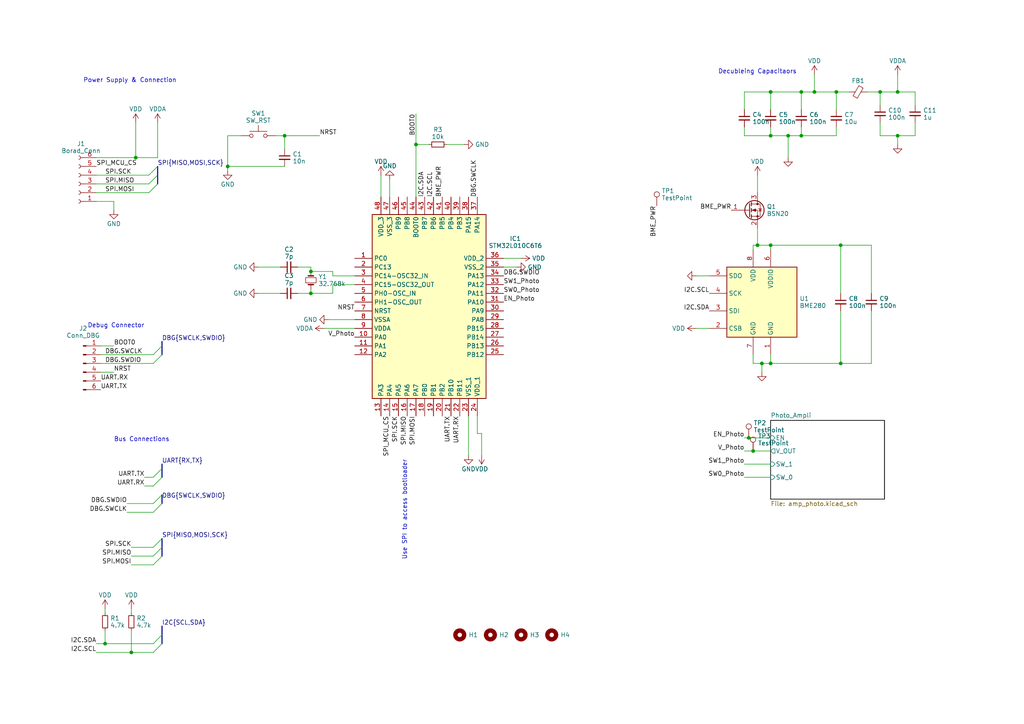
<source format=kicad_sch>
(kicad_sch (version 20230121) (generator eeschema)
  (paper "A4")
  (lib_symbols
    (symbol "Connector:Conn_01x06_Pin" (pin_names (offset 1.016) hide)
      (property "Reference" "J" (at 0 7.62 0))
      (property "Value" "Conn_01x06_Pin" (at 0 -10.16 0))
      (symbol "Conn_01x06_Pin_1_1"
        (polyline (pts (xy 1.27 -7.62) (xy 0.8636 -7.62)) (stroke (width 0.1524)))
        (polyline (pts (xy 1.27 -5.08) (xy 0.8636 -5.08)) (stroke (width 0.1524)))
        (polyline (pts (xy 1.27 -2.54) (xy 0.8636 -2.54)) (stroke (width 0.1524)))
        (polyline (pts (xy 1.27 0) (xy 0.8636 0)) (stroke (width 0.1524)))
        (polyline (pts (xy 1.27 2.54) (xy 0.8636 2.54)) (stroke (width 0.1524)))
        (polyline (pts (xy 1.27 5.08) (xy 0.8636 5.08)) (stroke (width 0.1524)))
        (rectangle (start 0.8636 -7.493) (end 0 -7.747) (stroke (width 0.1524)) (fill (type outline)))
        (rectangle (start 0.8636 -4.953) (end 0 -5.207) (stroke (width 0.1524)) (fill (type outline)))
        (rectangle (start 0.8636 -2.413) (end 0 -2.667) (stroke (width 0.1524)) (fill (type outline)))
        (rectangle (start 0.8636 0.127) (end 0 -0.127) (stroke (width 0.1524)) (fill (type outline)))
        (rectangle (start 0.8636 2.667) (end 0 2.413) (stroke (width 0.1524)) (fill (type outline)))
        (rectangle (start 0.8636 5.207) (end 0 4.953) (stroke (width 0.1524)) (fill (type outline)))
        (pin passive line (at 5.08 5.08 180) (length 3.81) (name "Pin_1") (number "1"))
        (pin passive line (at 5.08 2.54 180) (length 3.81) (name "Pin_2") (number "2"))
        (pin passive line (at 5.08 0 180) (length 3.81) (name "Pin_3") (number "3"))
        (pin passive line (at 5.08 -2.54 180) (length 3.81) (name "Pin_4") (number "4"))
        (pin passive line (at 5.08 -5.08 180) (length 3.81) (name "Pin_5") (number "5"))
        (pin passive line (at 5.08 -7.62 180) (length 3.81) (name "Pin_6") (number "6"))
      )
    )
    (symbol "Connector:Conn_01x06_Socket" (pin_names (offset 1.016) hide)
      (property "Reference" "J" (at 0 7.62 0))
      (property "Value" "Conn_01x06_Socket" (at 0 -10.16 0))
      (symbol "Conn_01x06_Socket_1_1"
        (arc (start 0 -7.112) (mid -0.5058 -7.62) (end 0 -8.128) (stroke (width 0.1524)))
        (arc (start 0 -4.572) (mid -0.5058 -5.08) (end 0 -5.588) (stroke (width 0.1524)))
        (arc (start 0 -2.032) (mid -0.5058 -2.54) (end 0 -3.048) (stroke (width 0.1524)))
        (polyline (pts (xy -1.27 -7.62) (xy -0.508 -7.62)) (stroke (width 0.1524)))
        (polyline (pts (xy -1.27 -5.08) (xy -0.508 -5.08)) (stroke (width 0.1524)))
        (polyline (pts (xy -1.27 -2.54) (xy -0.508 -2.54)) (stroke (width 0.1524)))
        (polyline (pts (xy -1.27 0) (xy -0.508 0)) (stroke (width 0.1524)))
        (polyline (pts (xy -1.27 2.54) (xy -0.508 2.54)) (stroke (width 0.1524)))
        (polyline (pts (xy -1.27 5.08) (xy -0.508 5.08)) (stroke (width 0.1524)))
        (arc (start 0 0.508) (mid -0.5058 0) (end 0 -0.508) (stroke (width 0.1524)))
        (arc (start 0 3.048) (mid -0.5058 2.54) (end 0 2.032) (stroke (width 0.1524)))
        (arc (start 0 5.588) (mid -0.5058 5.08) (end 0 4.572) (stroke (width 0.1524)))
        (pin passive line (at -5.08 5.08 0) (length 3.81) (name "Pin_1") (number "1"))
        (pin passive line (at -5.08 2.54 0) (length 3.81) (name "Pin_2") (number "2"))
        (pin passive line (at -5.08 0 0) (length 3.81) (name "Pin_3") (number "3"))
        (pin passive line (at -5.08 -2.54 0) (length 3.81) (name "Pin_4") (number "4"))
        (pin passive line (at -5.08 -5.08 0) (length 3.81) (name "Pin_5") (number "5"))
        (pin passive line (at -5.08 -7.62 0) (length 3.81) (name "Pin_6") (number "6"))
      )
    )
    (symbol "Connector:TestPoint" (pin_numbers hide) (pin_names (offset 0.762) hide)
      (property "Reference" "TP" (at 0 6.858 0))
      (property "Value" "TestPoint" (at 0 5.08 0))
      (symbol "TestPoint_0_1"
        (circle (center 0 3.302) (radius 0.762))
      )
      (symbol "TestPoint_1_1"
        (pin passive line (at 0 0 90) (length 2.54) (name "1") (number "1"))
      )
    )
    (symbol "Device:C_Small" (pin_numbers hide) (pin_names (offset 0.254) hide)
      (property "Reference" "C" (at 0.254 1.778 0))
      (property "Value" "C_Small" (at 0.254 -2.032 0))
      (symbol "C_Small_0_1"
        (polyline (pts (xy -1.524 -0.508) (xy 1.524 -0.508)) (stroke (width 0.3302)))
        (polyline (pts (xy -1.524 0.508) (xy 1.524 0.508)) (stroke (width 0.3048)))
      )
      (symbol "C_Small_1_1"
        (pin passive line (at 0 2.54 270) (length 2.032) (name "~") (number "1"))
        (pin passive line (at 0 -2.54 90) (length 2.032) (name "~") (number "2"))
      )
    )
    (symbol "Device:Crystal_Small" (pin_numbers hide) (pin_names (offset 1.016) hide)
      (property "Reference" "Y" (at 0 2.54 0))
      (property "Value" "Crystal_Small" (at 0 -2.54 0))
      (symbol "Crystal_Small_0_1"
        (rectangle (start -0.762 -1.524) (end 0.762 1.524))
        (polyline (pts (xy -1.27 -0.762) (xy -1.27 0.762)) (stroke (width 0.381)))
        (polyline (pts (xy 1.27 -0.762) (xy 1.27 0.762)) (stroke (width 0.381)))
      )
      (symbol "Crystal_Small_1_1"
        (pin passive line (at -2.54 0 0) (length 1.27) (name "1") (number "1"))
        (pin passive line (at 2.54 0 180) (length 1.27) (name "2") (number "2"))
      )
    )
    (symbol "Device:FerriteBead_Small" (pin_numbers hide) (pin_names (offset 0))
      (property "Reference" "FB" (at 1.905 1.27 0))
      (property "Value" "FerriteBead_Small" (at 1.905 -1.27 0))
      (symbol "FerriteBead_Small_0_1"
        (polyline (pts (xy 0 -1.27) (xy 0 -0.7874)))
        (polyline (pts (xy 0 0.889) (xy 0 1.2954)))
        (polyline (pts (xy -1.8288 0.2794) (xy -1.1176 1.4986) (xy 1.8288 -0.2032) (xy 1.1176 -1.4224) (xy -1.8288 0.2794)))
      )
      (symbol "FerriteBead_Small_1_1"
        (pin passive line (at 0 2.54 270) (length 1.27) (name "~") (number "1"))
        (pin passive line (at 0 -2.54 90) (length 1.27) (name "~") (number "2"))
      )
    )
    (symbol "Device:R_Small" (pin_numbers hide) (pin_names (offset 0.254) hide)
      (property "Reference" "R" (at 0.762 0.508 0))
      (property "Value" "R_Small" (at 0.762 -1.016 0))
      (symbol "R_Small_0_1"
        (rectangle (start -0.762 1.778) (end 0.762 -1.778) (stroke (width 0.2032)))
      )
      (symbol "R_Small_1_1"
        (pin passive line (at 0 2.54 270) (length 0.762) (name "~") (number "1"))
        (pin passive line (at 0 -2.54 90) (length 0.762) (name "~") (number "2"))
      )
    )
    (symbol "Mechanical:MountingHole" (pin_names (offset 1.016))
      (property "Reference" "H" (at 0 5.08 0))
      (property "Value" "MountingHole" (at 0 3.175 0))
      (symbol "MountingHole_0_1"
        (circle (center 0 0) (radius 1.27) (stroke (width 1.27)))
      )
    )
    (symbol "SamacSys_Parts:STM32L010C6T6"
      (property "Reference" "IC" (at 39.37 17.78 0))
      (property "Value" "STM32L010C6T6" (at 39.37 15.24 0))
      (symbol "STM32L010C6T6_1_1"
        (rectangle (start 5.08 12.7) (end 38.1 -40.64) (stroke (width 0.254)) (fill (type background)))
        (pin passive line (at 0 0 0) (length 5.08) (name "PC0") (number "1"))
        (pin passive line (at 0 -22.86 0) (length 5.08) (name "PA0") (number "10"))
        (pin passive line (at 0 -25.4 0) (length 5.08) (name "PA1") (number "11"))
        (pin passive line (at 0 -27.94 0) (length 5.08) (name "PA2") (number "12"))
        (pin passive line (at 7.62 -45.72 90) (length 5.08) (name "PA3") (number "13"))
        (pin passive line (at 10.16 -45.72 90) (length 5.08) (name "PA4") (number "14"))
        (pin passive line (at 12.7 -45.72 90) (length 5.08) (name "PA5") (number "15"))
        (pin passive line (at 15.24 -45.72 90) (length 5.08) (name "PA6") (number "16"))
        (pin passive line (at 17.78 -45.72 90) (length 5.08) (name "PA7") (number "17"))
        (pin passive line (at 20.32 -45.72 90) (length 5.08) (name "PB0") (number "18"))
        (pin passive line (at 22.86 -45.72 90) (length 5.08) (name "PB1") (number "19"))
        (pin passive line (at 0 -2.54 0) (length 5.08) (name "PC13") (number "2"))
        (pin passive line (at 25.4 -45.72 90) (length 5.08) (name "PB2") (number "20"))
        (pin passive line (at 27.94 -45.72 90) (length 5.08) (name "PB10") (number "21"))
        (pin passive line (at 30.48 -45.72 90) (length 5.08) (name "PB11") (number "22"))
        (pin passive line (at 33.02 -45.72 90) (length 5.08) (name "VSS_1") (number "23"))
        (pin passive line (at 35.56 -45.72 90) (length 5.08) (name "VDD_1") (number "24"))
        (pin passive line (at 43.18 -27.94 180) (length 5.08) (name "PB12") (number "25"))
        (pin passive line (at 43.18 -25.4 180) (length 5.08) (name "PB13") (number "26"))
        (pin passive line (at 43.18 -22.86 180) (length 5.08) (name "PB14") (number "27"))
        (pin passive line (at 43.18 -20.32 180) (length 5.08) (name "PB15") (number "28"))
        (pin passive line (at 43.18 -17.78 180) (length 5.08) (name "PA8") (number "29"))
        (pin passive line (at 0 -5.08 0) (length 5.08) (name "PC14-OSC32_IN") (number "3"))
        (pin passive line (at 43.18 -15.24 180) (length 5.08) (name "PA9") (number "30"))
        (pin passive line (at 43.18 -12.7 180) (length 5.08) (name "PA10") (number "31"))
        (pin passive line (at 43.18 -10.16 180) (length 5.08) (name "PA11") (number "32"))
        (pin passive line (at 43.18 -7.62 180) (length 5.08) (name "PA12") (number "33"))
        (pin passive line (at 43.18 -5.08 180) (length 5.08) (name "PA13") (number "34"))
        (pin passive line (at 43.18 -2.54 180) (length 5.08) (name "VSS_2") (number "35"))
        (pin passive line (at 43.18 0 180) (length 5.08) (name "VDD_2") (number "36"))
        (pin passive line (at 35.56 17.78 270) (length 5.08) (name "PA14") (number "37"))
        (pin passive line (at 33.02 17.78 270) (length 5.08) (name "PA15") (number "38"))
        (pin passive line (at 30.48 17.78 270) (length 5.08) (name "PB3") (number "39"))
        (pin passive line (at 0 -7.62 0) (length 5.08) (name "PC15-OSC32_OUT") (number "4"))
        (pin passive line (at 27.94 17.78 270) (length 5.08) (name "PB4") (number "40"))
        (pin passive line (at 25.4 17.78 270) (length 5.08) (name "PB5") (number "41"))
        (pin passive line (at 22.86 17.78 270) (length 5.08) (name "PB6") (number "42"))
        (pin passive line (at 20.32 17.78 270) (length 5.08) (name "PB7") (number "43"))
        (pin passive line (at 17.78 17.78 270) (length 5.08) (name "BOOT0") (number "44"))
        (pin passive line (at 15.24 17.78 270) (length 5.08) (name "PB8") (number "45"))
        (pin passive line (at 12.7 17.78 270) (length 5.08) (name "PB9") (number "46"))
        (pin passive line (at 10.16 17.78 270) (length 5.08) (name "VSS_3") (number "47"))
        (pin passive line (at 7.62 17.78 270) (length 5.08) (name "VDD_3") (number "48"))
        (pin passive line (at 0 -10.16 0) (length 5.08) (name "PH0-OSC_IN") (number "5"))
        (pin passive line (at 0 -12.7 0) (length 5.08) (name "PH1-OSC_OUT") (number "6"))
        (pin passive line (at 0 -15.24 0) (length 5.08) (name "NRST") (number "7"))
        (pin passive line (at 0 -17.78 0) (length 5.08) (name "VSSA") (number "8"))
        (pin passive line (at 0 -20.32 0) (length 5.08) (name "VDDA") (number "9"))
      )
    )
    (symbol "Sensor:BME280"
      (property "Reference" "U" (at -8.89 11.43 0))
      (property "Value" "BME280" (at 7.62 11.43 0))
      (symbol "BME280_0_1"
        (rectangle (start -10.16 10.16) (end 10.16 -10.16) (stroke (width 0.254)) (fill (type background)))
      )
      (symbol "BME280_1_1"
        (pin power_in line (at -2.54 -15.24 90) (length 5.08) (name "GND") (number "1"))
        (pin input line (at 15.24 -7.62 180) (length 5.08) (name "CSB") (number "2"))
        (pin bidirectional line (at 15.24 -2.54 180) (length 5.08) (name "SDI") (number "3"))
        (pin input line (at 15.24 2.54 180) (length 5.08) (name "SCK") (number "4"))
        (pin bidirectional line (at 15.24 7.62 180) (length 5.08) (name "SDO") (number "5"))
        (pin power_in line (at -2.54 15.24 270) (length 5.08) (name "VDDIO") (number "6"))
        (pin power_in line (at 2.54 -15.24 90) (length 5.08) (name "GND") (number "7"))
        (pin power_in line (at 2.54 15.24 270) (length 5.08) (name "VDD") (number "8"))
      )
    )
    (symbol "Switch:SW_Push" (pin_numbers hide) (pin_names (offset 1.016) hide)
      (property "Reference" "SW" (at 1.27 2.54 0))
      (property "Value" "SW_Push" (at 0 -1.524 0))
      (symbol "SW_Push_0_1"
        (circle (center -2.032 0) (radius 0.508))
        (polyline (pts (xy 0 1.27) (xy 0 3.048)))
        (polyline (pts (xy 2.54 1.27) (xy -2.54 1.27)))
        (circle (center 2.032 0) (radius 0.508))
        (pin passive line (at -5.08 0 0) (length 2.54) (name "1") (number "1"))
        (pin passive line (at 5.08 0 180) (length 2.54) (name "2") (number "2"))
      )
    )
    (symbol "Transistor_FET:BSN20" (pin_names hide)
      (property "Reference" "Q" (at 5.08 1.905 0))
      (property "Value" "BSN20" (at 5.08 0 0))
      (symbol "BSN20_0_1"
        (polyline (pts (xy 0.254 0) (xy -2.54 0)))
        (polyline (pts (xy 0.254 1.905) (xy 0.254 -1.905)) (stroke (width 0.254)))
        (polyline (pts (xy 0.762 -1.27) (xy 0.762 -2.286)) (stroke (width 0.254)))
        (polyline (pts (xy 0.762 0.508) (xy 0.762 -0.508)) (stroke (width 0.254)))
        (polyline (pts (xy 0.762 2.286) (xy 0.762 1.27)) (stroke (width 0.254)))
        (polyline (pts (xy 2.54 2.54) (xy 2.54 1.778)))
        (polyline (pts (xy 2.54 -2.54) (xy 2.54 0) (xy 0.762 0)))
        (polyline (pts (xy 0.762 -1.778) (xy 3.302 -1.778) (xy 3.302 1.778) (xy 0.762 1.778)))
        (polyline (pts (xy 1.016 0) (xy 2.032 0.381) (xy 2.032 -0.381) (xy 1.016 0)) (fill (type outline)))
        (polyline (pts (xy 2.794 0.508) (xy 2.921 0.381) (xy 3.683 0.381) (xy 3.81 0.254)))
        (polyline (pts (xy 3.302 0.381) (xy 2.921 -0.254) (xy 3.683 -0.254) (xy 3.302 0.381)))
        (circle (center 1.651 0) (radius 2.794) (stroke (width 0.254)))
        (circle (center 2.54 -1.778) (radius 0.254) (fill (type outline)))
        (circle (center 2.54 1.778) (radius 0.254) (fill (type outline)))
      )
      (symbol "BSN20_1_1"
        (pin input line (at -5.08 0 0) (length 2.54) (name "G") (number "1"))
        (pin passive line (at 2.54 -5.08 90) (length 2.54) (name "S") (number "2"))
        (pin passive line (at 2.54 5.08 270) (length 2.54) (name "D") (number "3"))
      )
    )
    (symbol "power:GND" (power) (pin_names (offset 0))
      (property "Value" "GND" (at 0 -3.81 0))
      (symbol "GND_0_1"
        (polyline (pts (xy 0 0) (xy 0 -1.27) (xy 1.27 -1.27) (xy 0 -2.54) (xy -1.27 -1.27) (xy 0 -1.27)))
      )
      (symbol "GND_1_1"
        (pin power_in line (at 0 0 270) (length 0) hide (name "GND") (number "1"))
      )
    )
    (symbol "power:VDD" (power) (pin_names (offset 0))
      (property "Value" "VDD" (at 0 3.81 0))
      (symbol "VDD_0_1"
        (polyline (pts (xy -0.762 1.27) (xy 0 2.54)))
        (polyline (pts (xy 0 0) (xy 0 2.54)))
        (polyline (pts (xy 0 2.54) (xy 0.762 1.27)))
      )
      (symbol "VDD_1_1"
        (pin power_in line (at 0 0 90) (length 0) hide (name "VDD") (number "1"))
      )
    )
    (symbol "power:VDDA" (power) (pin_names (offset 0))
      (property "Value" "VDDA" (at 0 3.81 0))
      (symbol "VDDA_0_1"
        (polyline (pts (xy -0.762 1.27) (xy 0 2.54)))
        (polyline (pts (xy 0 0) (xy 0 2.54)))
        (polyline (pts (xy 0 2.54) (xy 0.762 1.27)))
      )
      (symbol "VDDA_1_1"
        (pin power_in line (at 0 0 90) (length 0) hide (name "VDDA") (number "1"))
      )
    )
  )
  (junction (at 255.27 26.67))
  (junction (at 243.84 71.12))
  (junction (at 217.17 127))
  (junction (at 232.41 39.37))
  (junction (at 82.55 39.37))
  (junction (at 242.57 26.67))
  (junction (at 223.52 39.37))
  (junction (at 228.6 39.37))
  (junction (at 243.84 105.41))
  (junction (at 90.17 78.74))
  (junction (at 260.35 39.37))
  (junction (at 223.52 26.67))
  (junction (at 38.1 189.23))
  (junction (at 236.22 26.67))
  (junction (at 260.35 26.67))
  (junction (at 218.44 130.81))
  (junction (at 232.41 26.67))
  (junction (at 66.04 48.26))
  (junction (at 120.65 41.91))
  (junction (at 219.71 71.12))
  (junction (at 220.98 105.41))
  (junction (at 90.17 85.09))
  (junction (at 30.48 186.69))
  (junction (at 223.52 71.12))
  (junction (at 223.52 105.41))
  (junction (at 39.37 45.72))
  (bus_entry (at 46.99 184.15) (size -2.54 2.54))
  (bus_entry (at 46.99 138.43) (size -2.54 2.54))
  (bus_entry (at 46.99 146.05) (size -2.54 2.54))
  (bus_entry (at 43.18 55.88) (size 2.54 -2.54))
  (bus_entry (at 44.45 102.87) (size 2.54 -2.54))
  (bus_entry (at 44.45 105.41) (size 2.54 -2.54))
  (bus_entry (at 46.99 135.89) (size -2.54 2.54))
  (bus_entry (at 44.45 158.75) (size 2.54 -2.54))
  (bus_entry (at 46.99 143.51) (size -2.54 2.54))
  (bus_entry (at 44.45 163.83) (size 2.54 -2.54))
  (bus_entry (at 46.99 186.69) (size -2.54 2.54))
  (bus_entry (at 43.18 53.34) (size 2.54 -2.54))
  (bus_entry (at 44.45 161.29) (size 2.54 -2.54))
  (bus_entry (at 43.18 50.8) (size 2.54 -2.54))
  (wire (pts (xy 218.44 102.87) (xy 218.44 105.41)))
  (wire (pts (xy 260.35 26.67) (xy 265.43 26.67)))
  (wire (pts (xy 27.94 55.88) (xy 43.18 55.88)))
  (wire (pts (xy 38.1 161.29) (xy 44.45 161.29)))
  (wire (pts (xy 29.21 105.41) (xy 44.45 105.41)))
  (wire (pts (xy 27.94 50.8) (xy 43.18 50.8)))
  (wire (pts (xy 86.36 77.47) (xy 90.17 77.47)))
  (wire (pts (xy 252.73 105.41) (xy 243.84 105.41)))
  (wire (pts (xy 223.52 105.41) (xy 220.98 105.41)))
  (wire (pts (xy 135.89 120.65) (xy 135.89 132.08)))
  (wire (pts (xy 96.52 78.74) (xy 90.17 78.74)))
  (wire (pts (xy 33.02 58.42) (xy 33.02 60.96)))
  (wire (pts (xy 113.03 52.07) (xy 113.03 57.15)))
  (wire (pts (xy 232.41 31.75) (xy 232.41 26.67)))
  (wire (pts (xy 219.71 71.12) (xy 223.52 71.12)))
  (wire (pts (xy 45.72 45.72) (xy 39.37 45.72)))
  (wire (pts (xy 255.27 26.67) (xy 260.35 26.67)))
  (wire (pts (xy 217.17 127) (xy 223.52 127)))
  (wire (pts (xy 232.41 26.67) (xy 236.22 26.67)))
  (wire (pts (xy 243.84 105.41) (xy 223.52 105.41)))
  (wire (pts (xy 66.04 48.26) (xy 82.55 48.26)))
  (wire (pts (xy 242.57 31.75) (xy 242.57 26.67)))
  (wire (pts (xy 218.44 105.41) (xy 220.98 105.41)))
  (wire (pts (xy 265.43 39.37) (xy 260.35 39.37)))
  (wire (pts (xy 228.6 39.37) (xy 232.41 39.37)))
  (wire (pts (xy 138.43 120.65) (xy 138.43 125.73)))
  (wire (pts (xy 86.36 85.09) (xy 90.17 85.09)))
  (wire (pts (xy 215.9 39.37) (xy 223.52 39.37)))
  (wire (pts (xy 232.41 39.37) (xy 242.57 39.37)))
  (wire (pts (xy 215.9 134.62) (xy 223.52 134.62)))
  (wire (pts (xy 252.73 71.12) (xy 243.84 71.12)))
  (bus (pts (xy 46.99 158.75) (xy 46.99 161.29)))
  (wire (pts (xy 220.98 105.41) (xy 220.98 107.95)))
  (wire (pts (xy 38.1 189.23) (xy 44.45 189.23)))
  (wire (pts (xy 265.43 30.48) (xy 265.43 26.67)))
  (wire (pts (xy 27.94 45.72) (xy 39.37 45.72)))
  (wire (pts (xy 228.6 39.37) (xy 228.6 45.72)))
  (wire (pts (xy 36.83 146.05) (xy 44.45 146.05)))
  (wire (pts (xy 223.52 39.37) (xy 228.6 39.37)))
  (wire (pts (xy 38.1 176.53) (xy 38.1 177.8)))
  (wire (pts (xy 215.9 127) (xy 217.17 127)))
  (wire (pts (xy 38.1 182.88) (xy 38.1 189.23)))
  (wire (pts (xy 41.91 140.97) (xy 44.45 140.97)))
  (wire (pts (xy 255.27 39.37) (xy 260.35 39.37)))
  (wire (pts (xy 38.1 158.75) (xy 44.45 158.75)))
  (wire (pts (xy 96.52 80.01) (xy 102.87 80.01)))
  (wire (pts (xy 242.57 26.67) (xy 246.38 26.67)))
  (wire (pts (xy 66.04 48.26) (xy 66.04 39.37)))
  (bus (pts (xy 46.99 181.61) (xy 46.99 184.15)))
  (wire (pts (xy 96.52 82.55) (xy 102.87 82.55)))
  (wire (pts (xy 96.52 85.09) (xy 90.17 85.09)))
  (wire (pts (xy 252.73 85.09) (xy 252.73 71.12)))
  (wire (pts (xy 223.52 71.12) (xy 243.84 71.12)))
  (wire (pts (xy 218.44 71.12) (xy 219.71 71.12)))
  (wire (pts (xy 29.21 102.87) (xy 44.45 102.87)))
  (wire (pts (xy 223.52 72.39) (xy 223.52 71.12)))
  (wire (pts (xy 218.44 72.39) (xy 218.44 71.12)))
  (wire (pts (xy 242.57 26.67) (xy 236.22 26.67)))
  (bus (pts (xy 46.99 156.21) (xy 46.99 158.75)))
  (wire (pts (xy 201.93 80.01) (xy 205.74 80.01)))
  (wire (pts (xy 66.04 49.53) (xy 66.04 48.26)))
  (wire (pts (xy 90.17 77.47) (xy 90.17 78.74)))
  (wire (pts (xy 255.27 35.56) (xy 255.27 39.37)))
  (wire (pts (xy 219.71 50.8) (xy 219.71 55.88)))
  (wire (pts (xy 30.48 176.53) (xy 30.48 177.8)))
  (wire (pts (xy 215.9 26.67) (xy 223.52 26.67)))
  (wire (pts (xy 223.52 31.75) (xy 223.52 26.67)))
  (bus (pts (xy 46.99 135.89) (xy 46.99 138.43)))
  (wire (pts (xy 41.91 138.43) (xy 44.45 138.43)))
  (wire (pts (xy 90.17 85.09) (xy 90.17 83.82)))
  (wire (pts (xy 120.65 41.91) (xy 120.65 57.15)))
  (wire (pts (xy 82.55 39.37) (xy 82.55 43.18)))
  (wire (pts (xy 45.72 35.56) (xy 45.72 45.72)))
  (wire (pts (xy 30.48 182.88) (xy 30.48 186.69)))
  (wire (pts (xy 139.7 125.73) (xy 139.7 132.08)))
  (wire (pts (xy 120.65 33.02) (xy 120.65 41.91)))
  (wire (pts (xy 134.62 41.91) (xy 129.54 41.91)))
  (wire (pts (xy 252.73 90.17) (xy 252.73 105.41)))
  (wire (pts (xy 215.9 138.43) (xy 223.52 138.43)))
  (wire (pts (xy 27.94 58.42) (xy 33.02 58.42)))
  (wire (pts (xy 243.84 85.09) (xy 243.84 71.12)))
  (wire (pts (xy 110.49 50.8) (xy 110.49 57.15)))
  (wire (pts (xy 27.94 186.69) (xy 30.48 186.69)))
  (bus (pts (xy 46.99 99.06) (xy 46.99 100.33)))
  (wire (pts (xy 215.9 26.67) (xy 215.9 31.75)))
  (wire (pts (xy 223.52 36.83) (xy 223.52 39.37)))
  (wire (pts (xy 66.04 39.37) (xy 69.85 39.37)))
  (wire (pts (xy 29.21 107.95) (xy 33.02 107.95)))
  (wire (pts (xy 201.93 95.25) (xy 205.74 95.25)))
  (wire (pts (xy 38.1 163.83) (xy 44.45 163.83)))
  (wire (pts (xy 74.93 77.47) (xy 81.28 77.47)))
  (wire (pts (xy 92.71 39.37) (xy 82.55 39.37)))
  (wire (pts (xy 215.9 130.81) (xy 218.44 130.81)))
  (wire (pts (xy 218.44 130.81) (xy 223.52 130.81)))
  (wire (pts (xy 36.83 148.59) (xy 44.45 148.59)))
  (bus (pts (xy 46.99 143.51) (xy 46.99 146.05)))
  (bus (pts (xy 46.99 100.33) (xy 46.99 102.87)))
  (wire (pts (xy 96.52 82.55) (xy 96.52 85.09)))
  (wire (pts (xy 236.22 21.59) (xy 236.22 26.67)))
  (wire (pts (xy 74.93 85.09) (xy 81.28 85.09)))
  (wire (pts (xy 82.55 39.37) (xy 80.01 39.37)))
  (wire (pts (xy 30.48 186.69) (xy 44.45 186.69)))
  (wire (pts (xy 146.05 77.47) (xy 149.86 77.47)))
  (wire (pts (xy 27.94 53.34) (xy 43.18 53.34)))
  (wire (pts (xy 242.57 36.83) (xy 242.57 39.37)))
  (wire (pts (xy 95.25 92.71) (xy 102.87 92.71)))
  (bus (pts (xy 46.99 186.69) (xy 46.99 184.15)))
  (wire (pts (xy 93.98 95.25) (xy 102.87 95.25)))
  (wire (pts (xy 124.46 41.91) (xy 120.65 41.91)))
  (wire (pts (xy 219.71 66.04) (xy 219.71 71.12)))
  (wire (pts (xy 39.37 45.72) (xy 39.37 35.56)))
  (wire (pts (xy 251.46 26.67) (xy 255.27 26.67)))
  (wire (pts (xy 260.35 21.59) (xy 260.35 26.67)))
  (wire (pts (xy 223.52 26.67) (xy 232.41 26.67)))
  (wire (pts (xy 27.94 189.23) (xy 38.1 189.23)))
  (wire (pts (xy 138.43 125.73) (xy 139.7 125.73)))
  (wire (pts (xy 29.21 100.33) (xy 33.02 100.33)))
  (bus (pts (xy 45.72 50.8) (xy 45.72 53.34)))
  (wire (pts (xy 223.52 102.87) (xy 223.52 105.41)))
  (bus (pts (xy 45.72 48.26) (xy 45.72 50.8)))
  (wire (pts (xy 96.52 80.01) (xy 96.52 78.74)))
  (wire (pts (xy 232.41 36.83) (xy 232.41 39.37)))
  (bus (pts (xy 46.99 134.62) (xy 46.99 135.89)))
  (wire (pts (xy 265.43 35.56) (xy 265.43 39.37)))
  (wire (pts (xy 146.05 74.93) (xy 151.13 74.93)))
  (wire (pts (xy 255.27 30.48) (xy 255.27 26.67)))
  (wire (pts (xy 243.84 90.17) (xy 243.84 105.41)))
  (wire (pts (xy 260.35 39.37) (xy 260.35 41.91)))
  (wire (pts (xy 215.9 36.83) (xy 215.9 39.37)))
  (text "Debug Connector\n" (at 25.4 95.25 0) (effects (font (size 1.27 1.27)) (justify left bottom)))
  (text "Power Supply & Connection\n" (at 24.13 24.13 0) (effects (font (size 1.27 1.27)) (justify left bottom)))
  (text "Decubleing Capacitaors\n" (at 208.28 21.59 0) (effects (font (size 1.27 1.27)) (justify left bottom)))
  (text "Bus Connections" (at 33.02 128.27 0) (effects (font (size 1.27 1.27)) (justify left bottom)))
  (text "Use SPI to access bootloader" (at 118.11 133.35 90) (effects (font (size 1.27 1.27)) (justify right bottom)))
  (label "BOOT0" (at 120.65 33.02 270))
  (label "SW1_Photo" (at 146.05 82.55 0))
  (label "UART.RX" (at 133.35 120.65 270))
  (label "NRST" (at 102.87 90.17 180))
  (label "V_Photo" (at 102.87 97.79 180))
  (label "EN_Photo" (at 215.9 127 180))
  (label "UART.TX" (at 130.81 120.65 270))
  (label "SPI.MOSI" (at 38.1 163.83 180))
  (label "BME_PWR" (at 128.27 57.15 90))
  (label "BME_PWR" (at 212.09 60.96 180))
  (label "SPI.SCK" (at 115.57 120.65 270))
  (label "NRST" (at 92.71 39.37 0))
  (label "SW1_Photo" (at 215.9 134.62 180))
  (label "DBG.SWDIO" (at 146.05 80.01 0))
  (label "DBG.SWCLK" (at 30.48 102.87 0))
  (label "SPI{MISO,MOSI,SCK}" (at 45.72 48.26 0))
  (label "SPI_MCU_CS" (at 27.94 48.26 0))
  (label "BOOT0" (at 33.02 100.33 0))
  (label "SPI_MCU_CS" (at 113.03 120.65 270))
  (label "UART.RX" (at 41.91 140.97 180))
  (label "DBG{SWCLK,SWDIO}" (at 46.99 144.78 0))
  (label "I2C.SDA" (at 205.74 90.17 180))
  (label "I2C.SCL" (at 125.73 57.15 90))
  (label "I2C.SDA" (at 123.19 57.15 90))
  (label "BME_PWR" (at 190.5 59.69 270))
  (label "I2C{SCL,SDA}" (at 46.99 181.61 0))
  (label "SPI.MISO" (at 38.1 161.29 180))
  (label "DBG.SWCLK" (at 138.43 57.15 90))
  (label "SPI.MOSI" (at 30.48 55.88 0))
  (label "SPI.SCK" (at 30.48 50.8 0))
  (label "DBG.SWDIO" (at 30.48 105.41 0))
  (label "UART{RX,TX}" (at 46.99 134.62 0))
  (label "SPI.SCK" (at 38.1 158.75 180))
  (label "SPI{MISO,MOSI,SCK}" (at 46.99 156.21 0))
  (label "UART.RX" (at 29.21 110.49 0))
  (label "NRST" (at 33.02 107.95 0))
  (label "SPI.MISO" (at 30.48 53.34 0))
  (label "I2C.SCL" (at 205.74 85.09 180))
  (label "SPI.MISO" (at 118.11 120.65 270))
  (label "SW0_Photo" (at 146.05 85.09 0))
  (label "SW0_Photo" (at 215.9 138.43 180))
  (label "DBG.SWCLK" (at 36.83 148.59 180))
  (label "EN_Photo" (at 146.05 87.63 0))
  (label "I2C.SCL" (at 27.94 189.23 180))
  (label "DBG{SWCLK,SWDIO}" (at 46.99 99.06 0))
  (label "SPI.MOSI" (at 120.65 120.65 270))
  (label "I2C.SDA" (at 27.94 186.69 180))
  (label "DBG.SWDIO" (at 36.83 146.05 180))
  (label "UART.TX" (at 29.21 113.03 0))
  (label "UART.TX" (at 41.91 138.43 180))
  (label "V_Photo" (at 215.9 130.81 180))
  (symbol (lib_id "power:GND") (at 66.04 49.53 0) (unit 1)
    (property "Reference" "#PWR06" (effects hide))
    (property "Value" "GND" (at 66.04 53.475 0))
  )
  (symbol (lib_id "power:VDD") (at 151.13 74.93 270) (unit 1)
    (property "Reference" "#PWR017" (effects hide))
    (property "Value" "VDD" (at 154.305 74.93 90) (effects (justify left)))
  )
  (symbol (lib_id "Device:C_Small") (at 223.52 34.29 0) (unit 1)
    (property "Reference" "C5" (at 225.8441 33.2723 0) (effects (justify left)))
    (property "Value" "100n" (at 225.8441 35.3203 0) (effects (justify left)))
    (property "Footprint" "Capacitor_SMD:C_0402_1005Metric_Pad0.74x0.62mm_HandSolder" (effects hide))
  )
  (symbol (lib_id "Device:FerriteBead_Small") (at 248.92 26.67 90) (unit 1)
    (property "Reference" "FB1" (at 248.8819 23.4362 90))
    (property "Value" "FerriteBead_Small" (effects hide))
    (property "Footprint" "Inductor_SMD:L_0402_1005Metric_Pad0.77x0.64mm_HandSolder" (effects hide))
  )
  (symbol (lib_id "power:GND") (at 149.86 77.47 90) (unit 1)
    (property "Reference" "#PWR016" (effects hide))
    (property "Value" "GND" (at 153.035 77.47 90) (effects (justify right)))
  )
  (symbol (lib_id "power:GND") (at 113.03 52.07 180) (unit 1)
    (property "Reference" "#PWR012" (effects hide))
    (property "Value" "GND" (at 113.03 48.125 0))
  )
  (symbol (lib_id "Device:R_Small") (at 38.1 180.34 0) (unit 1)
    (property "Reference" "R2" (at 39.5986 179.316 0) (effects (justify left)))
    (property "Value" "4.7k" (at 39.5986 181.364 0) (effects (justify left)))
    (property "Footprint" "Resistor_SMD:R_0201_0603Metric_Pad0.64x0.40mm_HandSolder" (effects hide))
  )
  (symbol (lib_id "Mechanical:MountingHole") (at 142.24 184.15 0) (unit 1)
    (property "Reference" "H2" (at 144.78 184.15 0) (effects (justify left)))
    (property "Value" "MountingHole" (effects hide))
    (property "Footprint" "MountingHole:MountingHole_2.1mm" (effects hide))
  )
  (symbol (lib_id "power:VDDA") (at 93.98 95.25 90) (unit 1)
    (property "Reference" "#PWR09" (effects hide))
    (property "Value" "VDDA" (at 90.805 95.25 90) (effects (justify left)))
  )
  (symbol (lib_id "Connector:Conn_01x06_Pin") (at 24.13 105.41 0) (unit 1)
    (property "Reference" "J2" (at 24.13 95.25 0))
    (property "Value" "Conn_DBG" (at 24.13 97.298 0))
    (property "Footprint" "Connector_PinHeader_1.27mm:PinHeader_1x06_P1.27mm_Vertical" (effects hide))
  )
  (symbol (lib_id "power:GND") (at 228.6 45.72 0) (unit 1)
    (property "Reference" "#PWR022" (effects hide))
    (property "Value" "GND" (effects hide))
  )
  (symbol (lib_id "Device:C_Small") (at 83.82 85.09 90) (unit 1)
    (property "Reference" "C3" (at 83.8263 79.9479 90))
    (property "Value" "7p" (at 83.8263 81.9959 90))
    (property "Footprint" "Capacitor_SMD:C_0402_1005Metric_Pad0.74x0.62mm_HandSolder" (effects hide))
  )
  (symbol (lib_id "power:GND") (at 74.93 77.47 270) (unit 1)
    (property "Reference" "#PWR07" (effects hide))
    (property "Value" "GND" (at 71.7551 77.47 90) (effects (justify right)))
  )
  (symbol (lib_id "power:VDD") (at 30.48 176.53 0) (unit 1)
    (property "Reference" "#PWR01" (effects hide))
    (property "Value" "VDD" (at 30.48 172.585 0))
  )
  (symbol (lib_id "Connector:Conn_01x06_Socket") (at 22.86 53.34 180) (unit 1)
    (property "Reference" "J1" (at 23.495 41.6828 0))
    (property "Value" "Borad_Conn" (at 23.495 43.7308 0))
    (property "Footprint" "Connector_PinHeader_1.27mm:PinHeader_1x06_P1.27mm_Vertical" (effects hide))
  )
  (symbol (lib_id "Switch:SW_Push") (at 74.93 39.37 0) (unit 1)
    (property "Reference" "SW1" (at 74.93 32.869 0))
    (property "Value" "SW_RST" (at 74.93 34.917 0))
    (property "Footprint" "Button_Switch_SMD:SW_SPST_B3U-1000P" (effects hide))
  )
  (symbol (lib_id "power:VDD") (at 38.1 176.53 0) (unit 1)
    (property "Reference" "#PWR03" (effects hide))
    (property "Value" "VDD" (at 38.1 172.585 0))
  )
  (symbol (lib_id "Device:C_Small") (at 243.84 87.63 0) (unit 1)
    (property "Reference" "C8" (at 246.1641 86.6123 0) (effects (justify left)))
    (property "Value" "100n" (at 246.1641 88.6603 0) (effects (justify left)))
    (property "Footprint" "Capacitor_SMD:C_0402_1005Metric_Pad0.74x0.62mm_HandSolder" (effects hide))
  )
  (symbol (lib_id "Device:C_Small") (at 255.27 33.02 0) (unit 1)
    (property "Reference" "C10" (at 257.5941 32.0023 0) (effects (justify left)))
    (property "Value" "100n" (at 257.5941 34.0503 0) (effects (justify left)))
    (property "Footprint" "Capacitor_SMD:C_0402_1005Metric_Pad0.74x0.62mm_HandSolder" (effects hide))
  )
  (symbol (lib_id "Device:R_Small") (at 127 41.91 90) (unit 1)
    (property "Reference" "R3" (at 127 37.5934 90))
    (property "Value" "10k" (at 127 39.6414 90))
    (property "Footprint" "Resistor_SMD:R_0201_0603Metric_Pad0.64x0.40mm_HandSolder" (effects hide))
  )
  (symbol (lib_id "SamacSys_Parts:STM32L010C6T6") (at 102.87 74.93 0) (unit 1)
    (property "Reference" "IC1" (at 149.4838 69.2163 0))
    (property "Value" "STM32L010C6T6" (at 149.4838 71.2643 0))
    (property "Footprint" "SamacSys_Parts:QFP50P900X900X160-48N" (effects hide))
    (property "Datasheet" "https://www.st.com/resource/en/datasheet/stm32l010c6.pdf" (effects hide))
    (property "Height" "1.6" (effects hide))
    (property "Mouser Part Number" "511-STM32L010C6T6" (effects hide))
    (property "Mouser Price/Stock" "https://www.mouser.co.uk/ProductDetail/STMicroelectronics/STM32L010C6T6?qs=PqoDHHvF64%252BjzYXjrKoinA%3D%3D" (effects hide))
    (property "Manufacturer_Name" "STMicroelectronics" (effects hide))
    (property "Manufacturer_Part_Number" "STM32L010C6T6" (effects hide))
  )
  (symbol (lib_id "Device:C_Small") (at 265.43 33.02 0) (unit 1)
    (property "Reference" "C11" (at 267.7541 32.0023 0) (effects (justify left)))
    (property "Value" "1u" (at 267.7541 34.0503 0) (effects (justify left)))
    (property "Footprint" "Capacitor_SMD:C_0402_1005Metric_Pad0.74x0.62mm_HandSolder" (effects hide))
  )
  (symbol (lib_id "Mechanical:MountingHole") (at 133.35 184.15 0) (unit 1)
    (property "Reference" "H1" (at 135.89 184.15 0) (effects (justify left)))
    (property "Value" "MountingHole" (effects hide))
    (property "Footprint" "MountingHole:MountingHole_2.1mm" (effects hide))
  )
  (symbol (lib_id "power:GND") (at 74.93 85.09 270) (unit 1)
    (property "Reference" "#PWR08" (effects hide))
    (property "Value" "GND" (at 71.7551 85.09 90) (effects (justify right)))
  )
  (symbol (lib_id "Device:C_Small") (at 83.82 77.47 90) (unit 1)
    (property "Reference" "C2" (at 83.8263 72.3279 90))
    (property "Value" "7p" (at 83.8263 74.3759 90))
    (property "Footprint" "Capacitor_SMD:C_0402_1005Metric_Pad0.74x0.62mm_HandSolder" (effects hide))
  )
  (symbol (lib_id "Transistor_FET:BSN20") (at 217.17 60.96 0) (unit 1)
    (property "Reference" "Q1" (at 222.377 59.936 0) (effects (justify left)))
    (property "Value" "BSN20" (at 222.377 61.984 0) (effects (justify left)))
    (property "Footprint" "Package_TO_SOT_SMD:SOT-23" (effects hide))
    (property "Datasheet" "http://www.diodes.com/assets/Datasheets/ds31898.pdf" (effects hide))
    (property "Manufacturer_Name" "Diodes Inc" (effects hide))
    (property "Manufacturer_Part_Number" "BSN20-7" (effects hide))
    (property "Mouser Part Number" "621-BSN20-7" (effects hide))
    (property "Mouser Price/Stock" "https://www.mouser.de/ProductDetail/Diodes-Incorporated/BSN20-7?qs=T%2FOtf55vL7ctBYJY8B%2FTvw%3D%3D" (effects hide))
  )
  (symbol (lib_id "Mechanical:MountingHole") (at 160.02 184.15 0) (unit 1)
    (property "Reference" "H4" (at 162.56 184.15 0) (effects (justify left)))
    (property "Value" "MountingHole" (effects hide))
    (property "Footprint" "MountingHole:MountingHole_2.1mm" (effects hide))
  )
  (symbol (lib_id "power:GND") (at 33.02 60.96 0) (unit 1)
    (property "Reference" "#PWR02" (effects hide))
    (property "Value" "GND" (at 33.02 64.905 0))
  )
  (symbol (lib_id "Mechanical:MountingHole") (at 151.13 184.15 0) (unit 1)
    (property "Reference" "H3" (at 153.67 184.15 0) (effects (justify left)))
    (property "Value" "MountingHole" (effects hide))
    (property "Footprint" "MountingHole:MountingHole_2.1mm" (effects hide))
  )
  (symbol (lib_id "power:GND") (at 135.89 132.08 0) (unit 1)
    (property "Reference" "#PWR014" (effects hide))
    (property "Value" "GND" (at 135.89 136.025 0))
  )
  (symbol (lib_id "Device:C_Small") (at 232.41 34.29 0) (unit 1)
    (property "Reference" "C6" (at 234.7341 33.2723 0) (effects (justify left)))
    (property "Value" "100n" (at 234.7341 35.3203 0) (effects (justify left)))
    (property "Footprint" "Capacitor_SMD:C_0402_1005Metric_Pad0.74x0.62mm_HandSolder" (effects hide))
  )
  (symbol (lib_id "Device:C_Small") (at 82.55 45.72 0) (unit 1)
    (property "Reference" "C1" (at 84.8741 44.7023 0) (effects (justify left)))
    (property "Value" "10n" (at 84.8741 46.7503 0) (effects (justify left)))
    (property "Footprint" "Capacitor_SMD:C_0402_1005Metric_Pad0.74x0.62mm_HandSolder" (effects hide))
  )
  (symbol (lib_id "power:VDDA") (at 260.35 21.59 0) (unit 1)
    (property "Reference" "#PWR024" (effects hide))
    (property "Value" "VDDA" (at 260.35 17.645 0))
  )
  (symbol (lib_id "power:GND") (at 201.93 80.01 270) (unit 1)
    (property "Reference" "#PWR018" (effects hide))
    (property "Value" "GND" (effects hide))
  )
  (symbol (lib_id "power:VDD") (at 39.37 35.56 0) (unit 1)
    (property "Reference" "#PWR04" (effects hide))
    (property "Value" "VDD" (at 39.37 31.615 0))
  )
  (symbol (lib_id "Device:C_Small") (at 215.9 34.29 0) (unit 1)
    (property "Reference" "C4" (at 218.2241 33.2723 0) (effects (justify left)))
    (property "Value" "100n" (at 218.2241 35.3203 0) (effects (justify left)))
    (property "Footprint" "Capacitor_SMD:C_0402_1005Metric_Pad0.74x0.62mm_HandSolder" (effects hide))
  )
  (symbol (lib_id "power:GND") (at 134.62 41.91 90) (unit 1)
    (property "Reference" "#PWR013" (effects hide))
    (property "Value" "GND" (at 137.795 41.91 90) (effects (justify right)))
  )
  (symbol (lib_id "power:VDD") (at 219.71 50.8 0) (unit 1)
    (property "Reference" "#PWR020" (effects hide))
    (property "Value" "VDD" (at 219.71 46.855 0))
  )
  (symbol (lib_id "power:VDD") (at 110.49 50.8 0) (unit 1)
    (property "Reference" "#PWR011" (effects hide))
    (property "Value" "VDD" (at 110.49 46.855 0))
  )
  (symbol (lib_id "power:VDDA") (at 45.72 35.56 0) (unit 1)
    (property "Reference" "#PWR05" (effects hide))
    (property "Value" "VDDA" (at 45.72 31.615 0))
  )
  (symbol (lib_id "Connector:TestPoint") (at 217.17 127 0) (unit 1)
    (property "Reference" "TP2" (at 218.567 122.674 0) (effects (justify left)))
    (property "Value" "TestPoint" (at 218.567 124.722 0) (effects (justify left)))
    (property "Footprint" "TestPoint:TestPoint_Pad_D1.5mm" (effects hide))
  )
  (symbol (lib_id "Device:Crystal_Small") (at 90.17 81.28 90) (unit 1)
    (property "Reference" "Y1" (at 92.329 80.256 90) (effects (justify right)))
    (property "Value" "32.768k" (at 92.329 82.304 90) (effects (justify right)))
    (property "Footprint" "Crystal:Crystal_SMD_3215-2Pin_3.2x1.5mm" (effects hide))
    (property "Datasheet" "https://www.mouser.de/datasheet/2/122/ECX_34Q-3005298.pdf" (effects hide))
    (property "Height" "0.9" (effects hide))
    (property "Manufacturer_Name" "ECS" (effects hide))
    (property "Manufacturer_Part_Number" "ECS-.327-7-34QCS-TR9" (effects hide))
    (property "Mouser Part Number" "520-ECS-327734QCSTR9" (effects hide))
    (property "Mouser Price/Stock" "https://www.mouser.de/ProductDetail/ECS/ECS-.327-7-34QCS-TR9?qs=vvQtp7zwQdNBAgHaBl5lLQ%3D%3D" (effects hide))
  )
  (symbol (lib_id "power:GND") (at 260.35 41.91 0) (unit 1)
    (property "Reference" "#PWR025" (effects hide))
    (property "Value" "GND" (effects hide))
  )
  (symbol (lib_id "power:GND") (at 220.98 107.95 0) (unit 1)
    (property "Reference" "#PWR021" (effects hide))
    (property "Value" "GND" (effects hide))
  )
  (symbol (lib_id "Device:C_Small") (at 242.57 34.29 0) (unit 1)
    (property "Reference" "C7" (at 244.8941 33.2723 0) (effects (justify left)))
    (property "Value" "10u" (at 244.8941 35.3203 0) (effects (justify left)))
    (property "Footprint" "Capacitor_SMD:C_0402_1005Metric_Pad0.74x0.62mm_HandSolder" (effects hide))
  )
  (symbol (lib_id "Sensor:BME280") (at 220.98 87.63 0) (mirror y) (unit 1)
    (property "Reference" "U1" (at 231.902 86.606 0) (effects (justify right)))
    (property "Value" "BME280" (at 231.902 88.654 0) (effects (justify right)))
    (property "Footprint" "Package_LGA:Bosch_LGA-8_2.5x2.5mm_P0.65mm_ClockwisePinNumbering" (effects hide))
    (property "Datasheet" "https://www.bosch-sensortec.com/media/boschsensortec/downloads/datasheets/bst-bme280-ds002.pdf" (effects hide))
    (property "Manufacturer_Name" "Bosch" (effects hide))
    (property "Manufacturer_Part_Number" "BME280" (effects hide))
    (property "Mouser Part Number" "262-BME280" (effects hide))
    (property "Mouser Price/Stock" "https://www.mouser.de/ProductDetail/Bosch-Sensortec/BME280?qs=2OnyuXx6vpj2fK9HX7qb3g%3D%3D" (effects hide))
  )
  (symbol (lib_id "power:VDD") (at 201.93 95.25 90) (unit 1)
    (property "Reference" "#PWR019" (effects hide))
    (property "Value" "VDD" (at 198.755 95.25 90) (effects (justify left)))
  )
  (symbol (lib_id "power:VDD") (at 139.7 132.08 180) (unit 1)
    (property "Reference" "#PWR015" (effects hide))
    (property "Value" "VDD" (at 139.7 136.025 0))
  )
  (symbol (lib_id "Device:R_Small") (at 30.48 180.34 0) (unit 1)
    (property "Reference" "R1" (at 31.9786 179.316 0) (effects (justify left)))
    (property "Value" "4.7k" (at 31.9786 181.364 0) (effects (justify left)))
    (property "Footprint" "Resistor_SMD:R_0201_0603Metric_Pad0.64x0.40mm_HandSolder" (effects hide))
  )
  (symbol (lib_id "Connector:TestPoint") (at 190.5 59.69 0) (unit 1)
    (property "Reference" "TP1" (at 191.897 55.364 0) (effects (justify left)))
    (property "Value" "TestPoint" (at 191.897 57.412 0) (effects (justify left)))
    (property "Footprint" "TestPoint:TestPoint_Pad_D1.5mm" (effects hide))
  )
  (symbol (lib_id "Connector:TestPoint") (at 218.44 130.81 0) (unit 1)
    (property "Reference" "TP3" (at 219.837 126.484 0) (effects (justify left)))
    (property "Value" "TestPoint" (at 219.837 128.532 0) (effects (justify left)))
    (property "Footprint" "TestPoint:TestPoint_Pad_D1.5mm" (effects hide))
  )
  (symbol (lib_id "power:VDD") (at 236.22 21.59 0) (unit 1)
    (property "Reference" "#PWR023" (effects hide))
    (property "Value" "VDD" (at 236.22 17.645 0))
  )
  (symbol (lib_id "Device:C_Small") (at 252.73 87.63 0) (unit 1)
    (property "Reference" "C9" (at 255.0541 86.6123 0) (effects (justify left)))
    (property "Value" "100n" (at 255.0541 88.6603 0) (effects (justify left)))
    (property "Footprint" "Capacitor_SMD:C_0402_1005Metric_Pad0.74x0.62mm_HandSolder" (effects hide))
  )
  (symbol (lib_id "power:GND") (at 95.25 92.71 270) (unit 1)
    (property "Reference" "#PWR010" (effects hide))
    (property "Value" "GND" (at 92.0751 92.71 90) (effects (justify right)))
  )
  (sheet (at 223.52 121.92) (size 33.02 22.86) (stroke (width 0.1524) (color 0 0 0 0.8))
    (property "Sheetname" "Photo_Ampli" (at 223.52 121.2084 0) (effects (justify left bottom)))
    (property "Sheetfile" "amp_photo.kicad_sch" (at 223.52 145.3646 0) (effects (justify left top)))
    (pin "V_OUT" output (at 223.52 130.81 180))
    (pin "SW_1" input (at 223.52 134.62 180))
    (pin "SW_0" input (at 223.52 138.43 180))
    (pin "EN" input (at 223.52 127 180))
  )
)
</source>
